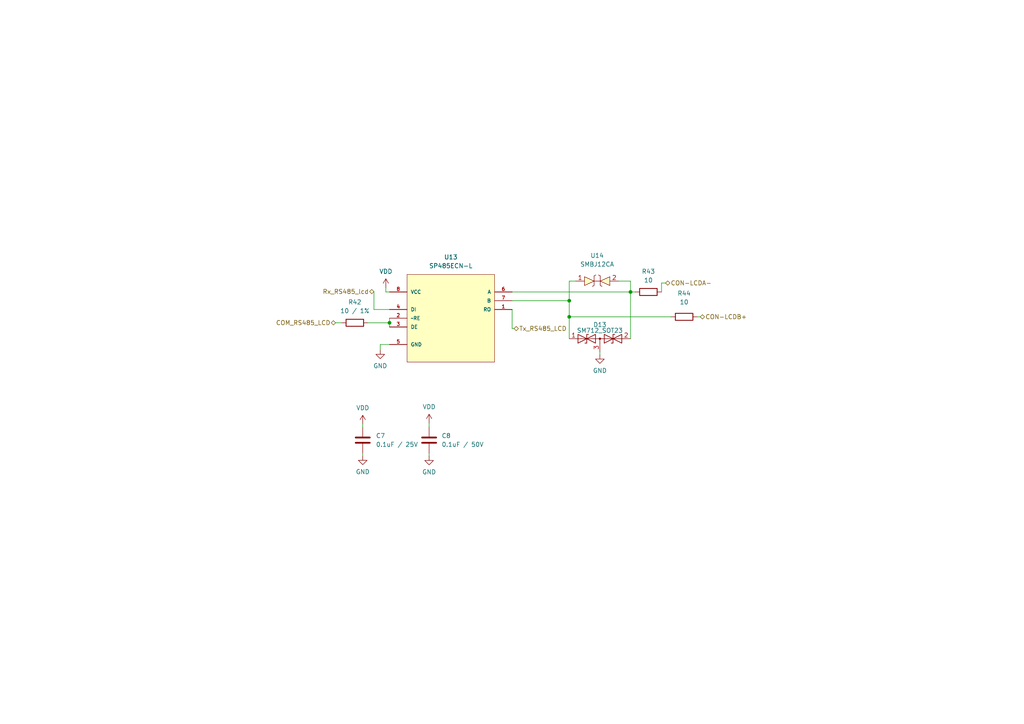
<source format=kicad_sch>
(kicad_sch (version 20230121) (generator eeschema)
  (paper "A4")
  (lib_symbols
    (symbol "Device:C" (pin_numbers hide) (pin_names (offset 0.254))
      (property "Reference" "C" (at 0.635 2.54 0))
      (property "Value" "C" (at 0.635 -2.54 0))
      (symbol "C_0_1"
        (polyline (pts (xy -2.032 -0.762) (xy 2.032 -0.762)) (stroke (width 0.508)))
        (polyline (pts (xy -2.032 0.762) (xy 2.032 0.762)) (stroke (width 0.508)))
      )
      (symbol "C_1_1"
        (pin passive line (at 0 3.81 270) (length 2.794) (name "~") (number "1"))
        (pin passive line (at 0 -3.81 90) (length 2.794) (name "~") (number "2"))
      )
    )
    (symbol "Device:R" (pin_numbers hide) (pin_names (offset 0))
      (property "Reference" "R" (at 2.032 0 90))
      (property "Value" "R" (at 0 0 90))
      (symbol "R_0_1"
        (rectangle (start -1.016 -2.54) (end 1.016 2.54) (stroke (width 0.254)))
      )
      (symbol "R_1_1"
        (pin passive line (at 0 3.81 270) (length 1.27) (name "~") (number "1"))
        (pin passive line (at 0 -3.81 90) (length 1.27) (name "~") (number "2"))
      )
    )
    (symbol "Diode:SM712_SOT23" (pin_names (offset 1.016) hide)
      (property "Reference" "D" (at 0 4.445 0))
      (property "Value" "SM712_SOT23" (at 0 2.54 0))
      (symbol "SM712_SOT23_0_0"
        (polyline (pts (xy 0 -1.27) (xy 0 0)))
      )
      (symbol "SM712_SOT23_0_1"
        (polyline (pts (xy -6.35 0) (xy 6.35 0)))
        (polyline (pts (xy -3.302 1.27) (xy -3.81 1.27) (xy -3.81 -1.27) (xy -4.318 -1.27)) (stroke (width 0.2032)))
        (polyline (pts (xy 4.318 1.27) (xy 3.81 1.27) (xy 3.81 -1.27) (xy 3.302 -1.27)) (stroke (width 0.2032)))
        (polyline (pts (xy -6.35 -1.27) (xy -1.27 1.27) (xy -1.27 -1.27) (xy -6.35 1.27) (xy -6.35 -1.27)) (stroke (width 0.2032)))
        (polyline (pts (xy 1.27 -1.27) (xy 1.27 1.27) (xy 6.35 -1.27) (xy 6.35 1.27) (xy 1.27 -1.27)) (stroke (width 0.2032)))
        (circle (center 0 0) (radius 0.254) (fill (type outline)))
      )
      (symbol "SM712_SOT23_1_1"
        (pin passive line (at -8.89 0 0) (length 2.54) (name "A1") (number "1"))
        (pin passive line (at 8.89 0 180) (length 2.54) (name "A2") (number "2"))
        (pin input line (at 0 -3.81 90) (length 2.54) (name "common") (number "3"))
      )
    )
    (symbol "SP485ECN-L:SP485ECN-L" (pin_names (offset 1.016))
      (property "Reference" "U" (at 12.3334 6.9821 0))
      (property "Value" "SP485ECN-L" (at 13.1756 -23.3243 0))
      (symbol "SP485ECN-L_0_0"
        (rectangle (start 5.08 -20.32) (end 30.48 5.08) (stroke (width 0.127)) (fill (type background)))
        (pin output line (at 35.56 -5.08 180) (length 5.08) (name "RO") (number "1"))
        (pin input line (at 0 -7.62 0) (length 5.08) (name "~RE") (number "2"))
        (pin input line (at 0 -10.16 0) (length 5.08) (name "DE") (number "3"))
        (pin input line (at 0 -5.08 0) (length 5.08) (name "DI") (number "4"))
        (pin passive line (at 0 -15.24 0) (length 5.08) (name "GND") (number "5"))
        (pin output line (at 35.56 0 180) (length 5.08) (name "A") (number "6"))
        (pin output line (at 35.56 -2.54 180) (length 5.08) (name "B") (number "7"))
        (pin power_in line (at 0 0 0) (length 5.08) (name "VCC") (number "8"))
      )
    )
    (symbol "nuevos simvolos:SMBJ12CA"
      (property "Reference" "U" (at 6.858 5.588 0))
      (property "Value" "SMBJ12CA" (at 6.858 4.064 0))
      (symbol "SMBJ12CA_0_1"
        (polyline (pts (xy 0 7.366) (xy 0 5.588)))
        (polyline (pts (xy -1.524 5.08) (xy -1.27 5.588) (xy 1.524 5.588) (xy 1.778 6.096)))
        (polyline (pts (xy -1.524 7.874) (xy -1.27 7.366) (xy 1.524 7.366) (xy 1.778 6.858)))
        (polyline (pts (xy 0 5.588) (xy -1.27 2.794) (xy 1.27 2.794) (xy 0 5.588)) (fill (type background)))
        (polyline (pts (xy 0 7.366) (xy -1.27 10.16) (xy 1.27 10.16) (xy 0 7.366)) (fill (type background)))
      )
      (symbol "SMBJ12CA_1_1"
        (pin bidirectional line (at 0 12.7 270) (length 2.54) (name "") (number "1"))
        (pin bidirectional line (at 0 0.254 90) (length 2.54) (name "") (number "2"))
      )
    )
    (symbol "power:GND" (power) (pin_names (offset 0))
      (property "Value" "GND" (at 0 -3.81 0))
      (symbol "GND_0_1"
        (polyline (pts (xy 0 0) (xy 0 -1.27) (xy 1.27 -1.27) (xy 0 -2.54) (xy -1.27 -1.27) (xy 0 -1.27)))
      )
      (symbol "GND_1_1"
        (pin power_in line (at 0 0 270) (length 0) hide (name "GND") (number "1"))
      )
    )
    (symbol "power:VDD" (power) (pin_names (offset 0))
      (property "Value" "VDD" (at 0 3.81 0))
      (symbol "VDD_0_1"
        (polyline (pts (xy -0.762 1.27) (xy 0 2.54)))
        (polyline (pts (xy 0 0) (xy 0 2.54)))
        (polyline (pts (xy 0 2.54) (xy 0.762 1.27)))
      )
      (symbol "VDD_1_1"
        (pin power_in line (at 0 0 90) (length 0) hide (name "VDD") (number "1"))
      )
    )
  )
  (junction (at 112.9792 93.6244))
  (junction (at 165.1 91.8972))
  (junction (at 165.1 87.2236))
  (junction (at 182.88 84.6836))
  (wire (pts (xy 148.5392 84.6836) (xy 182.88 84.6836)))
  (wire (pts (xy 124.46 131.4704) (xy 124.46 132.2832)))
  (wire (pts (xy 165.1 91.8972) (xy 194.6148 91.8972)))
  (wire (pts (xy 124.46 122.682) (xy 124.46 123.8504)))
  (wire (pts (xy 111.9124 83.4136) (xy 111.9124 84.6836)))
  (wire (pts (xy 182.88 84.6836) (xy 182.88 98.2472)))
  (wire (pts (xy 165.1 91.8972) (xy 165.1 87.2236)))
  (wire (pts (xy 149.098 95.3008) (xy 148.5392 95.3008)))
  (wire (pts (xy 179.4256 81.534) (xy 182.88 81.534)))
  (wire (pts (xy 111.9124 84.6836) (xy 112.9792 84.6836)))
  (wire (pts (xy 148.5392 95.3008) (xy 148.5392 89.7636)))
  (wire (pts (xy 112.9792 99.9236) (xy 110.2868 99.9236)))
  (wire (pts (xy 182.88 84.6836) (xy 184.2516 84.6836)))
  (wire (pts (xy 105.2068 131.4704) (xy 105.2068 132.2324)))
  (wire (pts (xy 191.8716 82.0928) (xy 191.8716 84.6836)))
  (wire (pts (xy 165.1 81.534) (xy 165.1 87.2236)))
  (wire (pts (xy 105.2068 122.9868) (xy 105.2068 123.8504)))
  (wire (pts (xy 108.458 89.7636) (xy 112.9792 89.7636)))
  (wire (pts (xy 193.04 82.0928) (xy 191.8716 82.0928)))
  (wire (pts (xy 165.1 98.2472) (xy 165.1 91.8972)))
  (wire (pts (xy 112.9792 92.3036) (xy 112.9792 93.6244)))
  (wire (pts (xy 108.458 84.582) (xy 108.458 89.7636)))
  (wire (pts (xy 182.88 81.534) (xy 182.88 84.6836)))
  (wire (pts (xy 106.7308 93.6244) (xy 112.9792 93.6244)))
  (wire (pts (xy 110.2868 99.9236) (xy 110.2868 101.4984)))
  (wire (pts (xy 202.2348 91.8972) (xy 203.0984 91.8972)))
  (wire (pts (xy 97.3328 93.6244) (xy 99.1108 93.6244)))
  (wire (pts (xy 166.9796 81.534) (xy 165.1 81.534)))
  (wire (pts (xy 112.9792 93.6244) (xy 112.9792 94.8436)))
  (wire (pts (xy 173.99 102.0572) (xy 173.99 102.87)))
  (wire (pts (xy 165.1 87.2236) (xy 148.5392 87.2236)))
  (hierarchical_label "CON-LCDA-" (shape bidirectional) (at 193.04 82.0928 0))
  (hierarchical_label "Tx_RS485_LCD" (shape bidirectional) (at 149.098 95.3008 0))
  (hierarchical_label "Rx_RS485_lcd" (shape bidirectional) (at 108.458 84.582 180))
  (hierarchical_label "COM_RS485_LCD" (shape bidirectional) (at 97.3328 93.6244 180))
  (hierarchical_label "CON-LCDB+" (shape bidirectional) (at 203.0984 91.8972 0))
  (symbol (lib_id "Device:R") (at 188.0616 84.6836 90) (unit 1)
    (property "Reference" "R43" (at 188.0616 78.74 90))
    (property "Value" "10" (at 188.0616 81.28 90))
    (property "Footprint" "Resistor_SMD:R_0805_2012Metric" (effects hide))
  )
  (symbol (lib_id "Device:C") (at 105.2068 127.6604 0) (unit 1)
    (property "Reference" "C7" (at 109.0168 126.3903 0) (effects (justify left)))
    (property "Value" "0.1uF / 25V" (at 109.0168 128.9303 0) (effects (justify left)))
    (property "Footprint" "Capacitor_SMD:C_0805_2012Metric" (effects hide))
  )
  (symbol (lib_id "power:GND") (at 110.2868 101.4984 0) (unit 1)
    (property "Reference" "#PWR0149" (effects hide))
    (property "Value" "GND" (at 110.2868 106.1212 0))
  )
  (symbol (lib_id "power:GND") (at 173.99 102.87 0) (unit 1)
    (property "Reference" "#PWR0152" (effects hide))
    (property "Value" "GND" (at 173.99 107.4928 0))
  )
  (symbol (lib_id "nuevos simvolos:SMBJ12CA") (at 179.6796 81.534 90) (unit 1)
    (property "Reference" "U14" (at 173.2026 74.1172 90))
    (property "Value" "SMBJ12CA" (at 173.2026 76.6572 90))
    (property "Footprint" "nuevo simbolo:SMBJ12CA" (effects hide))
    (property "Datasheet" "https://pdf1.alldatasheet.com/datasheet-pdf/view/568474/SOCAY/SMBJ12CA.html" (effects hide))
  )
  (symbol (lib_id "power:VDD") (at 124.46 122.682 0) (unit 1)
    (property "Reference" "#PWR04" (effects hide))
    (property "Value" "VDD" (at 124.46 118.0084 0))
  )
  (symbol (lib_id "Device:R") (at 102.9208 93.6244 90) (unit 1)
    (property "Reference" "R42" (at 102.9208 87.63 90))
    (property "Value" "10 / 1%" (at 102.9208 90.17 90))
    (property "Footprint" "Resistor_SMD:R_0805_2012Metric" (effects hide))
  )
  (symbol (lib_id "power:GND") (at 124.46 132.2832 0) (unit 1)
    (property "Reference" "#PWR0147" (effects hide))
    (property "Value" "GND" (at 124.46 136.906 0))
  )
  (symbol (lib_id "Device:R") (at 198.4248 91.8972 90) (unit 1)
    (property "Reference" "R44" (at 198.4248 85.09 90))
    (property "Value" "10" (at 198.4248 87.63 90))
    (property "Footprint" "Resistor_SMD:R_0805_2012Metric" (effects hide))
  )
  (symbol (lib_id "power:GND") (at 105.2068 132.2324 0) (unit 1)
    (property "Reference" "#PWR0150" (effects hide))
    (property "Value" "GND" (at 105.2068 136.8552 0))
  )
  (symbol (lib_id "power:VDD") (at 111.9124 83.4136 0) (unit 1)
    (property "Reference" "#PWR02" (effects hide))
    (property "Value" "VDD" (at 111.9124 78.74 0))
  )
  (symbol (lib_id "SP485ECN-L:SP485ECN-L") (at 112.9792 84.6836 0) (unit 1)
    (property "Reference" "U13" (at 130.7592 74.5744 0))
    (property "Value" "SP485ECN-L" (at 130.7592 77.1144 0))
    (property "Footprint" "SP485ECN-L:SOIC127P600X175-8N" (effects hide))
    (property "SUPPLIER" "Sipex Corporation" (effects hide))
    (property "OC_FARNELL" "1831933" (effects hide))
    (property "OC_NEWARK" "24R0570" (effects hide))
    (property "MPN" "SP485ECN-L" (effects hide))
    (property "PACKAGE" "SOIC-8" (effects hide))
  )
  (symbol (lib_id "power:VDD") (at 105.2068 122.9868 0) (unit 1)
    (property "Reference" "#PWR03" (effects hide))
    (property "Value" "VDD" (at 105.2068 118.3132 0))
  )
  (symbol (lib_id "Diode:SM712_SOT23") (at 173.99 98.2472 0) (unit 1)
    (property "Reference" "D13" (at 173.99 94.1832 0))
    (property "Value" "SM712_SOT23" (at 173.99 95.8596 0))
    (property "Footprint" "Package_TO_SOT_SMD:SOT-23" (effects hide))
    (property "Datasheet" "https://www.littelfuse.com/~/media/electronics/datasheets/tvs_diode_arrays/littelfuse_tvs_diode_array_sm712_datasheet.pdf.pdf" (effects hide))
  )
  (symbol (lib_id "Device:C") (at 124.46 127.6604 0) (unit 1)
    (property "Reference" "C8" (at 128.0668 126.3903 0) (effects (justify left)))
    (property "Value" "0.1uF / 50V" (at 128.0668 128.9303 0) (effects (justify left)))
    (property "Footprint" "Capacitor_SMD:C_0805_2012Metric" (effects hide))
  )
)
</source>
